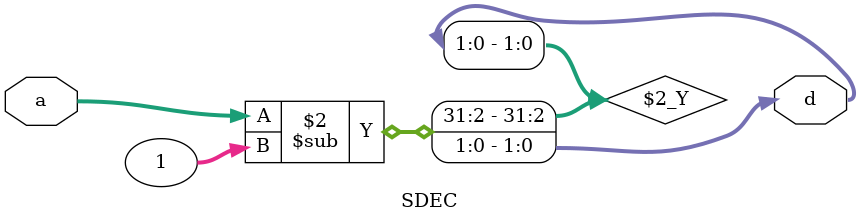
<source format=v>
`timescale 1ns / 1ps


module SDEC #(parameter DATAWIDTH=2) (a, d);
    input signed [DATAWIDTH-1:0] a;
    output reg signed [DATAWIDTH-1:0] d;
    
    always @(a) begin
        d <= a - 1;
    end
endmodule

</source>
